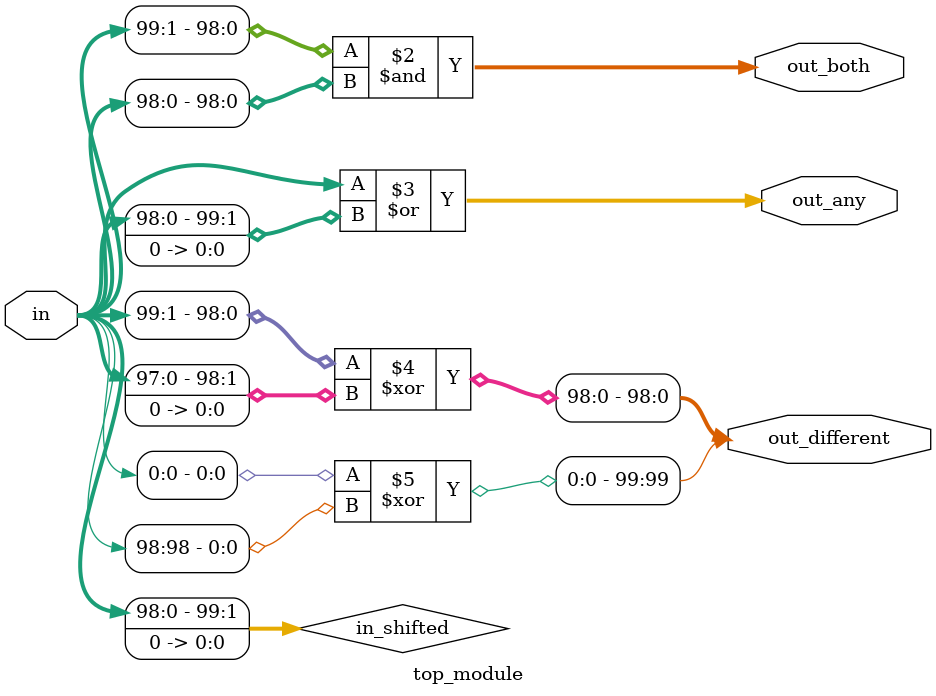
<source format=sv>
module top_module (
    input [99:0] in,
    output [98:0] out_both,
    output [99:0] out_any,
    output [99:0] out_different
);

    wire [99:0] in_shifted;

    assign in_shifted = in << 1;
    assign out_both = in[99:1] & in_shifted[99:1];
    assign out_any = in | in_shifted;
    assign out_different = {in[0] ^ in_shifted[99], in[99:1] ^ in_shifted[98:0]};

endmodule

</source>
